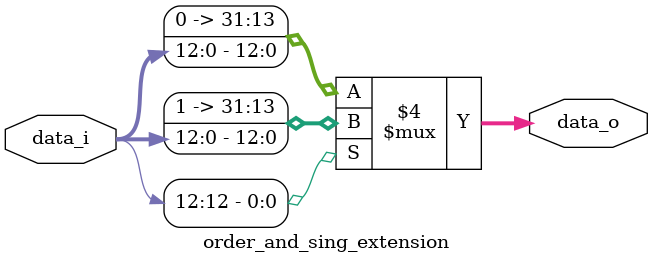
<source format=v>
`timescale 1ns / 1ps


module order_and_sing_extension (
    input [12:0] data_i,
    output reg [31:0] data_o
);

    always @(*) begin
        if (data_i[12] == 1) 
            data_o = { {19{1'b1}}, data_i };
        else 
            data_o = { {19{1'b0}}, data_i };
    end

endmodule

</source>
